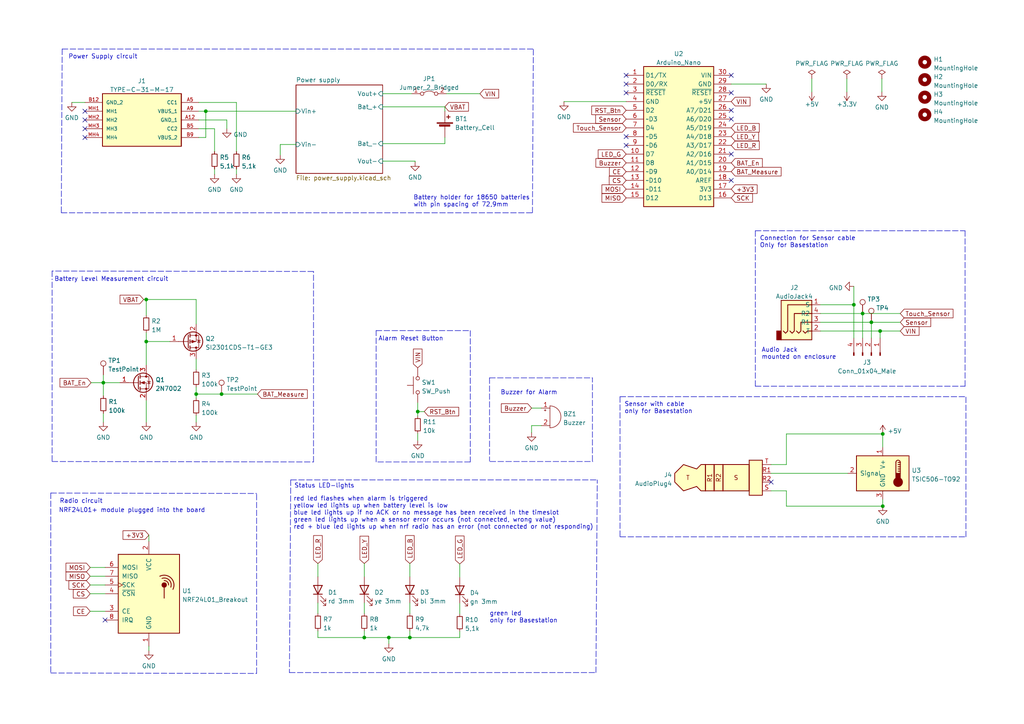
<source format=kicad_sch>
(kicad_sch (version 20211123) (generator eeschema)
  (paper "A4")
  (title_block (title "Wireless Call System") (date "2022-10-29") (rev "1") (comment 1 "Design: Thomas Landauer"))
  (lib_symbols
    (symbol "Connector:AudioPlug4"
      (property "Reference" "J" (at 10.16 5.08 0))
      (property "Value" "AudioPlug4" (at 11.43 -7.62 0))
      (symbol "AudioPlug4_0_0"
        (text "R1" (at -2.54 -1.27 900) (effects (font (size 1.27 1.27))))
        (text "R2" (at 0 -1.27 900) (effects (font (size 1.27 1.27))))
        (text "S" (at 5.08 -1.27 0) (effects (font (size 1.27 1.27))))
        (text "T" (at -8.89 -1.27 0) (effects (font (size 1.27 1.27))))
      )
      (symbol "AudioPlug4_0_1"
        (rectangle (start -1.27 2.54) (end -3.81 -5.08) (stroke (width 0.254)) (fill (type background)))
        (polyline (pts (xy -3.81 2.54) (xy -5.08 2.54) (xy -6.35 1.27) (xy -10.16 2.54) (xy -12.7 0) (xy -12.7 -2.54) (xy -10.16 -5.08) (xy -6.35 -3.81) (xy -5.08 -5.08) (xy -3.81 -5.08) (xy -3.81 2.54)) (stroke (width 0.254)) (fill (type background)))
        (rectangle (start 1.27 2.54) (end -1.27 -5.08) (stroke (width 0.254)) (fill (type background)))
        (rectangle (start 1.27 2.54) (end 8.89 -5.08) (stroke (width 0.254)) (fill (type background)))
        (rectangle (start 12.7 3.81) (end 8.89 -6.35) (stroke (width 0.254)) (fill (type background)))
      )
      (symbol "AudioPlug4_1_1"
        (pin passive line (at 15.24 -2.54 180) (length 2.54) (name "~") (number "R1"))
        (pin passive line (at 15.24 0 180) (length 2.54) (name "~") (number "R2"))
        (pin passive line (at 15.24 2.54 180) (length 2.54) (name "~") (number "S"))
        (pin passive line (at 15.24 -5.08 180) (length 2.54) (name "~") (number "T"))
      )
    )
    (symbol "Connector:Conn_01x04_Male" (pin_names (offset 1.016) hide)
      (property "Reference" "J" (at 0 5.08 0))
      (property "Value" "Conn_01x04_Male" (at 0 -7.62 0))
      (symbol "Conn_01x04_Male_1_1"
        (polyline (pts (xy 1.27 -5.08) (xy 0.8636 -5.08)) (stroke (width 0.1524)))
        (polyline (pts (xy 1.27 -2.54) (xy 0.8636 -2.54)) (stroke (width 0.1524)))
        (polyline (pts (xy 1.27 0) (xy 0.8636 0)) (stroke (width 0.1524)))
        (polyline (pts (xy 1.27 2.54) (xy 0.8636 2.54)) (stroke (width 0.1524)))
        (rectangle (start 0.8636 -4.953) (end 0 -5.207) (stroke (width 0.1524)) (fill (type outline)))
        (rectangle (start 0.8636 -2.413) (end 0 -2.667) (stroke (width 0.1524)) (fill (type outline)))
        (rectangle (start 0.8636 0.127) (end 0 -0.127) (stroke (width 0.1524)) (fill (type outline)))
        (rectangle (start 0.8636 2.667) (end 0 2.413) (stroke (width 0.1524)) (fill (type outline)))
        (pin passive line (at 5.08 2.54 180) (length 3.81) (name "Pin_1") (number "1"))
        (pin passive line (at 5.08 0 180) (length 3.81) (name "Pin_2") (number "2"))
        (pin passive line (at 5.08 -2.54 180) (length 3.81) (name "Pin_3") (number "3"))
        (pin passive line (at 5.08 -5.08 180) (length 3.81) (name "Pin_4") (number "4"))
      )
    )
    (symbol "Connector:TestPoint" (pin_numbers hide) (pin_names (offset 0.762) hide)
      (property "Reference" "TP" (at 0 6.858 0))
      (property "Value" "TestPoint" (at 0 5.08 0))
      (symbol "TestPoint_0_1"
        (circle (center 0 3.302) (radius 0.762))
      )
      (symbol "TestPoint_1_1"
        (pin passive line (at 0 0 90) (length 2.54) (name "1") (number "1"))
      )
    )
    (symbol "Device:Battery_Cell" (pin_numbers hide) (pin_names (offset 0) hide)
      (property "Reference" "BT" (at 2.54 2.54 0))
      (property "Value" "Battery_Cell" (at 2.54 0 0))
      (symbol "Battery_Cell_0_1"
        (rectangle (start -2.286 1.778) (end 2.286 1.524) (fill (type outline)))
        (rectangle (start -1.5748 1.1938) (end 1.4732 0.6858) (fill (type outline)))
        (polyline (pts (xy 0 0.762) (xy 0 0)))
        (polyline (pts (xy 0 1.778) (xy 0 2.54)))
        (polyline (pts (xy 0.508 3.429) (xy 1.524 3.429)) (stroke (width 0.254)))
        (polyline (pts (xy 1.016 3.937) (xy 1.016 2.921)) (stroke (width 0.254)))
      )
      (symbol "Battery_Cell_1_1"
        (pin passive line (at 0 5.08 270) (length 2.54) (name "+") (number "1"))
        (pin passive line (at 0 -2.54 90) (length 2.54) (name "-") (number "2"))
      )
    )
    (symbol "Device:Buzzer" (pin_names (offset 0.0254) hide)
      (property "Reference" "BZ" (at 3.81 1.27 0))
      (property "Value" "Buzzer" (at 3.81 -1.27 0))
      (symbol "Buzzer_0_1"
        (arc (start 0 -3.175) (mid 3.175 0) (end 0 3.175))
        (polyline (pts (xy -1.651 1.905) (xy -1.143 1.905)))
        (polyline (pts (xy -1.397 2.159) (xy -1.397 1.651)))
        (polyline (pts (xy 0 3.175) (xy 0 -3.175)))
      )
      (symbol "Buzzer_1_1"
        (pin passive line (at -2.54 2.54 0) (length 2.54) (name "-") (number "1"))
        (pin passive line (at -2.54 -2.54 0) (length 2.54) (name "+") (number "2"))
      )
    )
    (symbol "Device:LED" (pin_numbers hide) (pin_names (offset 1.016) hide)
      (property "Reference" "D" (at 0 2.54 0))
      (property "Value" "LED" (at 0 -2.54 0))
      (symbol "LED_0_1"
        (polyline (pts (xy -1.27 -1.27) (xy -1.27 1.27)) (stroke (width 0.254)))
        (polyline (pts (xy -1.27 0) (xy 1.27 0)))
        (polyline (pts (xy 1.27 -1.27) (xy 1.27 1.27) (xy -1.27 0) (xy 1.27 -1.27)) (stroke (width 0.254)))
        (polyline (pts (xy -3.048 -0.762) (xy -4.572 -2.286) (xy -3.81 -2.286) (xy -4.572 -2.286) (xy -4.572 -1.524)))
        (polyline (pts (xy -1.778 -0.762) (xy -3.302 -2.286) (xy -2.54 -2.286) (xy -3.302 -2.286) (xy -3.302 -1.524)))
      )
      (symbol "LED_1_1"
        (pin passive line (at -3.81 0 0) (length 2.54) (name "K") (number "1"))
        (pin passive line (at 3.81 0 180) (length 2.54) (name "A") (number "2"))
      )
    )
    (symbol "Device:R_Small" (pin_numbers hide) (pin_names (offset 0.254) hide)
      (property "Reference" "R" (at 0.762 0.508 0))
      (property "Value" "R_Small" (at 0.762 -1.016 0))
      (symbol "R_Small_0_1"
        (rectangle (start -0.762 1.778) (end 0.762 -1.778) (stroke (width 0.2032)))
      )
      (symbol "R_Small_1_1"
        (pin passive line (at 0 2.54 270) (length 0.762) (name "~") (number "1"))
        (pin passive line (at 0 -2.54 90) (length 0.762) (name "~") (number "2"))
      )
    )
    (symbol "Jumper:Jumper_2_Bridged" (pin_names (offset 0) hide)
      (property "Reference" "JP" (at 0 1.905 0))
      (property "Value" "Jumper_2_Bridged" (at 0 -2.54 0))
      (symbol "Jumper_2_Bridged_0_0"
        (circle (center -2.032 0) (radius 0.508))
        (circle (center 2.032 0) (radius 0.508))
      )
      (symbol "Jumper_2_Bridged_0_1"
        (arc (start 1.524 0.254) (mid 0 0.762) (end -1.524 0.254))
      )
      (symbol "Jumper_2_Bridged_1_1"
        (pin passive line (at -5.08 0 0) (length 2.54) (name "A") (number "1"))
        (pin passive line (at 5.08 0 180) (length 2.54) (name "B") (number "2"))
      )
    )
    (symbol "Mechanical:MountingHole" (pin_names (offset 1.016))
      (property "Reference" "H" (at 0 5.08 0))
      (property "Value" "MountingHole" (at 0 3.175 0))
      (symbol "MountingHole_0_1"
        (circle (center 0 0) (radius 1.27) (stroke (width 1.27)))
      )
    )
    (symbol "Sensor_Temperature:TSIC306-TO92" (pin_names (offset 1.016))
      (property "Reference" "U" (at -6.35 6.35 0))
      (property "Value" "TSIC306-TO92" (at 1.27 6.35 0))
      (symbol "TSIC306-TO92_0_1"
        (rectangle (start -7.62 5.08) (end 7.62 -5.08) (stroke (width 0.254)) (fill (type background)))
        (circle (center -4.445 -2.54) (radius 1.27) (stroke (width 0.254)) (fill (type outline)))
        (rectangle (start -3.81 -1.905) (end -5.08 0) (stroke (width 0.254)) (fill (type outline)))
        (arc (start -3.81 3.175) (mid -4.445 3.81) (end -5.08 3.175) (stroke (width 0.254)))
        (polyline (pts (xy -5.08 0.635) (xy -4.445 0.635)) (stroke (width 0.254)))
        (polyline (pts (xy -5.08 1.27) (xy -4.445 1.27)) (stroke (width 0.254)))
        (polyline (pts (xy -5.08 1.905) (xy -4.445 1.905)) (stroke (width 0.254)))
        (polyline (pts (xy -5.08 2.54) (xy -4.445 2.54)) (stroke (width 0.254)))
        (polyline (pts (xy -5.08 3.175) (xy -5.08 0)) (stroke (width 0.254)))
        (polyline (pts (xy -5.08 3.175) (xy -4.445 3.175)) (stroke (width 0.254)))
        (polyline (pts (xy -3.81 3.175) (xy -3.81 0)) (stroke (width 0.254)))
      )
      (symbol "TSIC306-TO92_1_1"
        (pin power_in line (at 0 7.62 270) (length 2.54) (name "V+") (number "1"))
        (pin output line (at 10.16 0 180) (length 2.54) (name "Signal") (number "2"))
        (pin power_in line (at 0 -7.62 90) (length 2.54) (name "GND") (number "3"))
      )
    )
    (symbol "Switch:SW_Push" (pin_numbers hide) (pin_names (offset 1.016) hide)
      (property "Reference" "SW" (at 1.27 2.54 0))
      (property "Value" "SW_Push" (at 0 -1.524 0))
      (symbol "SW_Push_0_1"
        (circle (center -2.032 0) (radius 0.508))
        (polyline (pts (xy 0 1.27) (xy 0 3.048)))
        (polyline (pts (xy 2.54 1.27) (xy -2.54 1.27)))
        (circle (center 2.032 0) (radius 0.508))
        (pin passive line (at -5.08 0 0) (length 2.54) (name "1") (number "1"))
        (pin passive line (at 5.08 0 180) (length 2.54) (name "2") (number "2"))
      )
    )
    (symbol "Transistor_FET:2N7002" (pin_names hide)
      (property "Reference" "Q" (at 5.08 1.905 0))
      (property "Value" "2N7002" (at 5.08 0 0))
      (symbol "2N7002_0_1"
        (polyline (pts (xy 0.254 0) (xy -2.54 0)))
        (polyline (pts (xy 0.254 1.905) (xy 0.254 -1.905)) (stroke (width 0.254)))
        (polyline (pts (xy 0.762 -1.27) (xy 0.762 -2.286)) (stroke (width 0.254)))
        (polyline (pts (xy 0.762 0.508) (xy 0.762 -0.508)) (stroke (width 0.254)))
        (polyline (pts (xy 0.762 2.286) (xy 0.762 1.27)) (stroke (width 0.254)))
        (polyline (pts (xy 2.54 2.54) (xy 2.54 1.778)))
        (polyline (pts (xy 2.54 -2.54) (xy 2.54 0) (xy 0.762 0)))
        (polyline (pts (xy 0.762 -1.778) (xy 3.302 -1.778) (xy 3.302 1.778) (xy 0.762 1.778)))
        (polyline (pts (xy 1.016 0) (xy 2.032 0.381) (xy 2.032 -0.381) (xy 1.016 0)) (fill (type outline)))
        (polyline (pts (xy 2.794 0.508) (xy 2.921 0.381) (xy 3.683 0.381) (xy 3.81 0.254)))
        (polyline (pts (xy 3.302 0.381) (xy 2.921 -0.254) (xy 3.683 -0.254) (xy 3.302 0.381)))
        (circle (center 1.651 0) (radius 2.794) (stroke (width 0.254)))
        (circle (center 2.54 -1.778) (radius 0.254) (fill (type outline)))
        (circle (center 2.54 1.778) (radius 0.254) (fill (type outline)))
      )
      (symbol "2N7002_1_1"
        (pin input line (at -5.08 0 0) (length 2.54) (name "G") (number "1"))
        (pin passive line (at 2.54 -5.08 90) (length 2.54) (name "S") (number "2"))
        (pin passive line (at 2.54 5.08 270) (length 2.54) (name "D") (number "3"))
      )
    )
    (symbol "Transistor_FET:Si2319CDS" (pin_names hide)
      (property "Reference" "Q" (at 5.08 1.905 0))
      (property "Value" "Si2319CDS" (at 5.08 0 0))
      (symbol "Si2319CDS_0_1"
        (polyline (pts (xy 0.254 0) (xy -2.54 0)))
        (polyline (pts (xy 0.254 1.905) (xy 0.254 -1.905)) (stroke (width 0.254)))
        (polyline (pts (xy 0.762 -1.27) (xy 0.762 -2.286)) (stroke (width 0.254)))
        (polyline (pts (xy 0.762 0.508) (xy 0.762 -0.508)) (stroke (width 0.254)))
        (polyline (pts (xy 0.762 2.286) (xy 0.762 1.27)) (stroke (width 0.254)))
        (polyline (pts (xy 2.54 2.54) (xy 2.54 1.778)))
        (polyline (pts (xy 2.54 -2.54) (xy 2.54 0) (xy 0.762 0)))
        (polyline (pts (xy 0.762 1.778) (xy 3.302 1.778) (xy 3.302 -1.778) (xy 0.762 -1.778)))
        (polyline (pts (xy 2.286 0) (xy 1.27 0.381) (xy 1.27 -0.381) (xy 2.286 0)) (fill (type outline)))
        (polyline (pts (xy 2.794 -0.508) (xy 2.921 -0.381) (xy 3.683 -0.381) (xy 3.81 -0.254)))
        (polyline (pts (xy 3.302 -0.381) (xy 2.921 0.254) (xy 3.683 0.254) (xy 3.302 -0.381)))
        (circle (center 1.651 0) (radius 2.794) (stroke (width 0.254)))
        (circle (center 2.54 -1.778) (radius 0.254) (fill (type outline)))
        (circle (center 2.54 1.778) (radius 0.254) (fill (type outline)))
      )
      (symbol "Si2319CDS_1_1"
        (pin input line (at -5.08 0 0) (length 2.54) (name "G") (number "1"))
        (pin passive line (at 2.54 -5.08 90) (length 2.54) (name "S") (number "2"))
        (pin passive line (at 2.54 5.08 270) (length 2.54) (name "D") (number "3"))
      )
    )
    (symbol "power:+3.3V" (power) (pin_names (offset 0))
      (property "Value" "+3.3V" (at 0 3.556 0))
      (symbol "+3.3V_0_1"
        (polyline (pts (xy -0.762 1.27) (xy 0 2.54)))
        (polyline (pts (xy 0 0) (xy 0 2.54)))
        (polyline (pts (xy 0 2.54) (xy 0.762 1.27)))
      )
      (symbol "+3.3V_1_1"
        (pin power_in line (at 0 0 90) (length 0) hide (name "+3.3V") (number "1"))
      )
    )
    (symbol "power:+5V" (power) (pin_names (offset 0))
      (property "Value" "+5V" (at 0 3.556 0))
      (symbol "+5V_0_1"
        (polyline (pts (xy -0.762 1.27) (xy 0 2.54)))
        (polyline (pts (xy 0 0) (xy 0 2.54)))
        (polyline (pts (xy 0 2.54) (xy 0.762 1.27)))
      )
      (symbol "+5V_1_1"
        (pin power_in line (at 0 0 90) (length 0) hide (name "+5V") (number "1"))
      )
    )
    (symbol "power:GND" (power) (pin_names (offset 0))
      (property "Value" "GND" (at 0 -3.81 0))
      (symbol "GND_0_1"
        (polyline (pts (xy 0 0) (xy 0 -1.27) (xy 1.27 -1.27) (xy 0 -2.54) (xy -1.27 -1.27) (xy 0 -1.27)))
      )
      (symbol "GND_1_1"
        (pin power_in line (at 0 0 270) (length 0) hide (name "GND") (number "1"))
      )
    )
    (symbol "power:PWR_FLAG" (power) (pin_numbers hide) (pin_names (offset 0) hide)
      (property "Value" "PWR_FLAG" (at 0 3.81 0))
      (symbol "PWR_FLAG_0_0"
        (pin power_out line (at 0 0 90) (length 0) (name "pwr") (number "1"))
      )
      (symbol "PWR_FLAG_0_1"
        (polyline (pts (xy 0 0) (xy 0 1.27) (xy -1.016 1.905) (xy 0 2.54) (xy 1.016 1.905) (xy 0 1.27)))
      )
    )
    (symbol "project_library:Arduino_Nano"
      (property "Reference" "U" (at -10.16 24.13 0))
      (property "Value" "Arduino_Nano" (at -10.16 22.86 0))
      (symbol "Arduino_Nano_0_1"
        (rectangle (start -10.16 20.32) (end 10.16 -20.32) (stroke (width 0.254)) (fill (type background)))
      )
      (symbol "Arduino_Nano_1_1"
        (pin bidirectional line (at -15.24 17.78 0) (length 5.08) (name "D1/TX") (number "1"))
        (pin bidirectional line (at -15.24 -5.08 0) (length 5.08) (name "D7") (number "10"))
        (pin bidirectional line (at -15.24 -7.62 0) (length 5.08) (name "D8") (number "11"))
        (pin bidirectional line (at -15.24 -10.16 0) (length 5.08) (name "~D9") (number "12"))
        (pin bidirectional line (at -15.24 -12.7 0) (length 5.08) (name "~D10") (number "13"))
        (pin bidirectional line (at -15.24 -15.24 0) (length 5.08) (name "~D11") (number "14"))
        (pin bidirectional line (at -15.24 -17.78 0) (length 5.08) (name "D12") (number "15"))
        (pin bidirectional line (at 15.24 -17.78 180) (length 5.08) (name "D13") (number "16"))
        (pin power_out line (at 15.24 -15.24 180) (length 5.08) (name "3V3") (number "17"))
        (pin input line (at 15.24 -12.7 180) (length 5.08) (name "AREF") (number "18"))
        (pin bidirectional line (at 15.24 -10.16 180) (length 5.08) (name "A0/D14") (number "19"))
        (pin bidirectional line (at -15.24 15.24 0) (length 5.08) (name "D0/RX") (number "2"))
        (pin bidirectional line (at 15.24 -7.62 180) (length 5.08) (name "A1/D15") (number "20"))
        (pin bidirectional line (at 15.24 -5.08 180) (length 5.08) (name "A2/D16") (number "21"))
        (pin bidirectional line (at 15.24 -2.54 180) (length 5.08) (name "A3/D17") (number "22"))
        (pin bidirectional line (at 15.24 0 180) (length 5.08) (name "A4/D18") (number "23"))
        (pin bidirectional line (at 15.24 2.54 180) (length 5.08) (name "A5/D19") (number "24"))
        (pin bidirectional line (at 15.24 5.08 180) (length 5.08) (name "A6/D20") (number "25"))
        (pin bidirectional line (at 15.24 7.62 180) (length 5.08) (name "A7/D21") (number "26"))
        (pin power_out line (at 15.24 10.16 180) (length 5.08) (name "+5V") (number "27"))
        (pin input line (at 15.24 12.7 180) (length 5.08) (name "~{RESET}") (number "28"))
        (pin power_in line (at 15.24 15.24 180) (length 5.08) (name "GND") (number "29"))
        (pin input line (at -15.24 12.7 0) (length 5.08) (name "~{RESET}") (number "3"))
        (pin power_in line (at 15.24 17.78 180) (length 5.08) (name "VIN") (number "30"))
        (pin power_in line (at -15.24 10.16 0) (length 5.08) (name "GND") (number "4"))
        (pin bidirectional line (at -15.24 7.62 0) (length 5.08) (name "D2") (number "5"))
        (pin bidirectional line (at -15.24 5.08 0) (length 5.08) (name "~D3") (number "6"))
        (pin bidirectional line (at -15.24 2.54 0) (length 5.08) (name "D4") (number "7"))
        (pin bidirectional line (at -15.24 0 0) (length 5.08) (name "~D5") (number "8"))
        (pin bidirectional line (at -15.24 -2.54 0) (length 5.08) (name "~D6") (number "9"))
      )
    )
    (symbol "project_library:AudioJack4"
      (property "Reference" "J1" (at -8.382 -2.7397 0))
      (property "Value" "AudioJack4" (at -8.382 -0.2028 0))
      (symbol "AudioJack4_0_1"
        (rectangle (start -6.35 -5.08) (end -7.62 -7.62) (stroke (width 0.254)) (fill (type outline)))
        (polyline (pts (xy 0 -5.08) (xy 0.635 -5.715) (xy 1.27 -5.08) (xy 2.54 -5.08)) (stroke (width 0.254)))
        (polyline (pts (xy -5.715 -5.08) (xy -5.08 -5.715) (xy -4.445 -5.08) (xy -4.445 2.54) (xy 2.54 2.54)) (stroke (width 0.254)))
        (polyline (pts (xy -1.905 -5.08) (xy -1.27 -5.715) (xy -0.635 -5.08) (xy -0.635 -2.54) (xy 2.54 -2.54)) (stroke (width 0.254)))
        (polyline (pts (xy 2.54 0) (xy -2.54 0) (xy -2.54 -5.08) (xy -3.175 -5.715) (xy -3.81 -5.08)) (stroke (width 0.254)))
        (rectangle (start 2.54 3.81) (end -6.35 -7.62) (stroke (width 0.254)) (fill (type background)))
      )
      (symbol "AudioJack4_1_1"
        (pin passive line (at 5.08 2.54 180) (length 2.54) (name "S") (number "1"))
        (pin passive line (at 5.08 -5.08 180) (length 2.54) (name "T") (number "2"))
        (pin passive line (at 5.08 -2.54 180) (length 2.54) (name "R1") (number "3"))
        (pin passive line (at 5.08 0 180) (length 2.54) (name "R2") (number "4"))
      )
    )
    (symbol "project_library:NRF24L01_Breakout" (pin_names (offset 1.016))
      (property "Reference" "U" (at -8.89 12.7 0))
      (property "Value" "NRF24L01_Breakout" (at 3.81 12.7 0))
      (symbol "NRF24L01_Breakout_0_1"
        (rectangle (start -8.89 11.43) (end 8.89 -11.43) (stroke (width 0.254)) (fill (type background)))
        (polyline (pts (xy 4.445 1.905) (xy 4.445 -1.27)) (stroke (width 0.254)))
        (circle (center 4.445 2.54) (radius 0.635) (stroke (width 0.254)) (fill (type outline)))
        (arc (start 5.715 2.54) (mid 5.3521 3.4546) (end 4.445 3.81) (stroke (width 0.254)))
        (arc (start 6.35 1.905) (mid 5.8763 3.9854) (end 3.81 4.445) (stroke (width 0.254)))
        (arc (start 6.985 1.27) (mid 6.453 4.548) (end 3.175 5.08) (stroke (width 0.254)))
      )
      (symbol "NRF24L01_Breakout_1_1"
        (pin power_in line (at 0 -15.24 90) (length 3.81) (name "GND") (number "1"))
        (pin power_in line (at 0 15.24 270) (length 3.81) (name "VCC") (number "2"))
        (pin input line (at -12.7 -5.08 0) (length 3.81) (name "CE") (number "3"))
        (pin input line (at -12.7 0 0) (length 3.81) (name "~{CSN}") (number "4"))
        (pin input clock (at -12.7 2.54 0) (length 3.81) (name "SCK") (number "5"))
        (pin input line (at -12.7 7.62 0) (length 3.81) (name "MOSI") (number "6"))
        (pin output line (at -12.7 5.08 0) (length 3.81) (name "MISO") (number "7"))
        (pin output line (at -12.7 -7.62 0) (length 3.81) (name "IRQ") (number "8"))
      )
    )
    (symbol "project_library:TYPE-C-31-M-17" (pin_names (offset 1.016))
      (property "Reference" "J" (at 29.21 7.62 0))
      (property "Value" "TYPE-C-31-M-17" (at 29.21 5.08 0))
      (property "LCSC" "C283540" (at 0 0 0))
      (symbol "TYPE-C-31-M-17_0_0"
        (polyline (pts (xy 5.08 2.54) (xy 5.08 -12.7)) (stroke (width 0.254)))
        (rectangle (start 5.08 -12.7) (end 27.94 2.54) (stroke (width 0.254)) (fill (type background)))
        (pin bidirectional line (at 0 -5.08 0) (length 5.08) (name "GND_1") (number "A12"))
        (pin bidirectional line (at 0 0 0) (length 5.08) (name "CC1") (number "A5"))
        (pin bidirectional line (at 0 -2.54 0) (length 5.08) (name "VBUS_1") (number "A9"))
        (pin bidirectional line (at 33.02 0 180) (length 5.08) (name "GND_2") (number "B12"))
        (pin bidirectional line (at 0 -7.62 0) (length 5.08) (name "CC2") (number "B5"))
        (pin bidirectional line (at 0 -10.16 0) (length 5.08) (name "VBUS_2") (number "B9"))
        (pin bidirectional line (at 33.02 -2.54 180) (length 5.08) (name "MH1") (number "MH1"))
        (pin bidirectional line (at 33.02 -5.08 180) (length 5.08) (name "MH2") (number "MH2"))
        (pin bidirectional line (at 33.02 -7.62 180) (length 5.08) (name "MH3") (number "MH3"))
        (pin bidirectional line (at 33.02 -10.16 180) (length 5.08) (name "MH4") (number "MH4"))
      )
    )
  )
  (junction (at 255.27 96.012))
  (junction (at 118.872 184.912))
  (junction (at 252.73 93.472))
  (junction (at 256.032 125.857))
  (junction (at 64.262 114.3))
  (junction (at 112.776 184.912))
  (junction (at 29.972 110.998))
  (junction (at 42.418 99.06))
  (junction (at 247.65 88.392))
  (junction (at 250.19 90.932))
  (junction (at 42.418 86.868))
  (junction (at 105.664 184.912))
  (junction (at 256.032 146.812))
  (junction (at 121.158 119.38))
  (junction (at 56.896 114.3))
  (junction (at 59.69 32.258))
  (no_connect (at 212.09 32.004))
  (no_connect (at 212.09 44.704))
  (no_connect (at 181.61 24.384))
  (no_connect (at 181.61 42.164))
  (no_connect (at 181.61 39.624))
  (no_connect (at 212.09 26.924))
  (no_connect (at 223.647 139.827))
  (no_connect (at 181.61 21.844))
  (no_connect (at 30.48 179.832))
  (no_connect (at 212.09 21.844))
  (no_connect (at 212.09 34.544))
  (no_connect (at 24.638 37.338))
  (no_connect (at 24.638 32.258))
  (no_connect (at 24.638 34.798))
  (no_connect (at 24.638 39.878))
  (no_connect (at 181.61 26.924))
  (no_connect (at 212.09 52.324))
  (polyline (pts (xy 84.328 139.192) (xy 173.228 139.192)))
  (wire (pts (xy 59.69 32.258) (xy 59.69 39.878)))
  (wire (pts (xy 29.972 108.712) (xy 29.972 110.998)))
  (wire (pts (xy 64.262 114.3) (xy 74.676 114.3)))
  (wire (pts (xy 110.998 46.736) (xy 120.396 46.736)))
  (polyline (pts (xy 136.398 133.985) (xy 109.093 133.985)))
  (wire (pts (xy 62.23 49.022) (xy 62.23 50.546)))
  (wire (pts (xy 56.896 86.868) (xy 56.896 93.98)))
  (wire (pts (xy 81.28 41.91) (xy 81.28 44.958)))
  (wire (pts (xy 228.092 134.747) (xy 228.092 125.857)))
  (wire (pts (xy 56.896 114.3) (xy 56.896 115.443)))
  (polyline (pts (xy 18.034 14.224) (xy 17.78 61.722)))
  (wire (pts (xy 42.418 86.868) (xy 42.418 91.44)))
  (wire (pts (xy 42.418 116.078) (xy 42.418 122.428)))
  (polyline (pts (xy 74.422 195.326) (xy 74.422 143.129)))
  (wire (pts (xy 41.656 86.868) (xy 42.418 86.868)))
  (wire (pts (xy 121.158 119.38) (xy 123.063 119.38)))
  (wire (pts (xy 105.664 163.449) (xy 105.664 167.259)))
  (wire (pts (xy 57.658 29.718) (xy 68.58 29.718)))
  (polyline (pts (xy 154.432 61.722) (xy 154.686 14.224)))
  (polyline (pts (xy 171.831 133.731) (xy 171.831 109.601)))
  (polyline (pts (xy 219.075 66.929) (xy 279.908 66.929)))
  (wire (pts (xy 92.202 163.449) (xy 92.202 167.259)))
  (wire (pts (xy 26.416 110.998) (xy 29.972 110.998)))
  (wire (pts (xy 118.872 184.912) (xy 118.872 183.007)))
  (polyline (pts (xy 279.908 112.014) (xy 279.908 66.929)))
  (wire (pts (xy 56.896 120.523) (xy 56.896 122.428)))
  (wire (pts (xy 92.202 184.912) (xy 105.664 184.912)))
  (wire (pts (xy 252.73 93.472) (xy 261.112 93.472)))
  (wire (pts (xy 223.647 137.287) (xy 245.872 137.287)))
  (polyline (pts (xy 14.732 143.002) (xy 14.732 195.199)))
  (wire (pts (xy 56.896 112.268) (xy 56.896 114.3)))
  (polyline (pts (xy 219.075 66.929) (xy 219.075 112.014)))
  (polyline (pts (xy 14.732 143.002) (xy 74.422 143.129)))
  (wire (pts (xy 105.664 174.879) (xy 105.664 177.927)))
  (polyline (pts (xy 90.932 78.74) (xy 15.113 78.613)))
  (wire (pts (xy 252.73 93.472) (xy 252.73 98.044)))
  (wire (pts (xy 110.998 27.178) (xy 119.38 27.178)))
  (wire (pts (xy 26.162 169.672) (xy 30.48 169.672)))
  (wire (pts (xy 59.69 32.258) (xy 85.852 32.258)))
  (wire (pts (xy 245.618 26.67) (xy 245.618 22.86)))
  (wire (pts (xy 68.58 49.022) (xy 68.58 50.546)))
  (wire (pts (xy 129.032 41.656) (xy 129.032 39.878)))
  (wire (pts (xy 105.664 183.007) (xy 105.664 184.912)))
  (polyline (pts (xy 142.113 133.858) (xy 171.958 133.858)))
  (polyline (pts (xy 18.034 14.224) (xy 154.686 14.224)))
  (wire (pts (xy 56.896 114.3) (xy 64.262 114.3)))
  (wire (pts (xy 133.35 163.576) (xy 133.35 167.386)))
  (wire (pts (xy 92.202 174.879) (xy 92.202 177.927)))
  (wire (pts (xy 255.27 96.012) (xy 261.112 96.012)))
  (wire (pts (xy 42.418 96.52) (xy 42.418 99.06)))
  (wire (pts (xy 235.458 26.67) (xy 235.458 22.86)))
  (wire (pts (xy 65.786 34.798) (xy 65.786 37.338)))
  (wire (pts (xy 228.092 125.857) (xy 256.032 125.857)))
  (wire (pts (xy 29.972 110.998) (xy 34.798 110.998)))
  (wire (pts (xy 250.19 90.932) (xy 261.112 90.932)))
  (wire (pts (xy 43.18 155.194) (xy 43.18 156.972)))
  (wire (pts (xy 57.658 37.338) (xy 62.23 37.338)))
  (wire (pts (xy 26.162 164.592) (xy 30.48 164.592)))
  (polyline (pts (xy 17.78 61.722) (xy 154.432 61.722)))
  (wire (pts (xy 57.658 32.258) (xy 59.69 32.258)))
  (polyline (pts (xy 179.832 115.062) (xy 280.162 115.062)))
  (polyline (pts (xy 109.093 133.985) (xy 109.093 95.885)))
  (wire (pts (xy 121.158 119.38) (xy 121.158 120.65)))
  (wire (pts (xy 129.54 27.178) (xy 139.192 27.178)))
  (polyline (pts (xy 179.832 115.062) (xy 179.832 155.702)))
  (wire (pts (xy 68.58 29.718) (xy 68.58 43.942)))
  (wire (pts (xy 62.23 37.338) (xy 62.23 43.942)))
  (wire (pts (xy 85.852 41.91) (xy 81.28 41.91)))
  (wire (pts (xy 256.032 144.907) (xy 256.032 146.812)))
  (wire (pts (xy 110.998 41.656) (xy 129.032 41.656)))
  (wire (pts (xy 57.658 39.878) (xy 59.69 39.878)))
  (wire (pts (xy 250.19 90.932) (xy 250.19 98.044)))
  (wire (pts (xy 42.418 99.06) (xy 42.418 105.918)))
  (wire (pts (xy 20.828 29.718) (xy 24.638 29.718)))
  (wire (pts (xy 29.972 110.998) (xy 29.972 114.808)))
  (wire (pts (xy 237.998 96.012) (xy 255.27 96.012)))
  (wire (pts (xy 26.162 167.132) (xy 30.48 167.132)))
  (polyline (pts (xy 179.832 155.702) (xy 280.162 155.702)))
  (wire (pts (xy 121.158 125.73) (xy 121.158 127.762)))
  (polyline (pts (xy 15.113 81.788) (xy 15.113 133.858)))
  (wire (pts (xy 112.776 184.912) (xy 112.776 186.69)))
  (wire (pts (xy 92.202 183.007) (xy 92.202 184.912)))
  (wire (pts (xy 247.65 88.392) (xy 247.65 98.044)))
  (wire (pts (xy 237.998 93.472) (xy 252.73 93.472)))
  (wire (pts (xy 212.09 24.384) (xy 222.25 24.384)))
  (polyline (pts (xy 15.113 133.858) (xy 90.932 133.985)))
  (wire (pts (xy 154.178 118.364) (xy 156.972 118.364)))
  (wire (pts (xy 247.65 83.058) (xy 247.65 88.392)))
  (wire (pts (xy 237.998 90.932) (xy 250.19 90.932)))
  (polyline (pts (xy 14.732 195.199) (xy 74.422 195.326)))
  (wire (pts (xy 57.658 34.798) (xy 65.786 34.798)))
  (wire (pts (xy 42.418 99.06) (xy 49.276 99.06)))
  (wire (pts (xy 105.664 184.912) (xy 112.776 184.912)))
  (polyline (pts (xy 172.847 195.072) (xy 173.228 139.192)))
  (wire (pts (xy 118.872 163.449) (xy 118.872 167.259)))
  (wire (pts (xy 163.576 29.464) (xy 181.61 29.464)))
  (wire (pts (xy 118.872 184.912) (xy 133.35 184.912)))
  (wire (pts (xy 223.647 134.747) (xy 228.092 134.747)))
  (wire (pts (xy 228.092 142.367) (xy 228.092 146.812)))
  (wire (pts (xy 255.27 96.012) (xy 255.27 98.044)))
  (polyline (pts (xy 141.986 109.601) (xy 171.831 109.601)))
  (wire (pts (xy 112.776 184.912) (xy 118.872 184.912)))
  (wire (pts (xy 237.998 88.392) (xy 247.65 88.392)))
  (wire (pts (xy 154.178 125.476) (xy 154.178 123.444)))
  (wire (pts (xy 121.158 116.84) (xy 121.158 119.38)))
  (wire (pts (xy 154.178 123.444) (xy 156.972 123.444)))
  (polyline (pts (xy 15.113 78.613) (xy 15.113 81.153)))
  (polyline (pts (xy 136.398 95.885) (xy 136.398 133.985)))
  (wire (pts (xy 255.778 22.86) (xy 255.778 26.67)))
  (wire (pts (xy 26.162 177.292) (xy 30.48 177.292)))
  (polyline (pts (xy 219.075 112.014) (xy 279.908 112.014)))
  (wire (pts (xy 118.872 174.879) (xy 118.872 177.927)))
  (wire (pts (xy 120.396 46.736) (xy 120.396 46.99)))
  (wire (pts (xy 256.032 125.857) (xy 256.032 129.667)))
  (wire (pts (xy 223.647 142.367) (xy 228.092 142.367)))
  (wire (pts (xy 129.032 30.988) (xy 129.032 32.258)))
  (wire (pts (xy 228.092 146.812) (xy 256.032 146.812)))
  (polyline (pts (xy 109.093 95.885) (xy 136.398 95.885)))
  (wire (pts (xy 42.418 86.868) (xy 56.896 86.868)))
  (polyline (pts (xy 84.328 139.192) (xy 83.947 195.072)))
  (polyline (pts (xy 83.947 195.072) (xy 172.847 195.072)))
  (wire (pts (xy 29.972 119.888) (xy 29.972 122.428)))
  (wire (pts (xy 133.35 183.134) (xy 133.35 184.912)))
  (polyline (pts (xy 280.162 155.702) (xy 280.162 115.062)))
  (wire (pts (xy 26.162 172.212) (xy 30.48 172.212)))
  (polyline (pts (xy 90.932 133.985) (xy 90.932 78.74)))
  (wire (pts (xy 133.35 175.006) (xy 133.35 178.054)))
  (wire (pts (xy 43.18 187.452) (xy 43.18 188.722)))
  (wire (pts (xy 56.896 104.14) (xy 56.896 107.188)))
  (polyline (pts (xy 141.986 109.601) (xy 141.986 133.731)))
  (wire (pts (xy 110.998 30.988) (xy 129.032 30.988)))
  (text "Radio circuit" (at 17.272 146.177 0) (effects (font (size 1.27 1.27)) (justify left bottom)))
  (text "Status LED-lights" (at 85.344 141.732 0) (effects (font (size 1.27 1.27)) (justify left bottom)))
  (text "Buzzer for Alarm" (at 145.161 114.681 0) (effects (font (size 1.27 1.27)) (justify left bottom)))
  (text "red led flashes when alarm is triggered\nyellow led lights up when battery level is low\nblue led lights up if no ACK or no message has been received in the timeslot\ngreen led lights up when a sensor error occurs (not connected, wrong value)\nred + blue led lights up when nrf radio has an error (not connected or not responding)" (at 85.09 153.67 0) (effects (font (size 1.27 1.27)) (justify left bottom)))
  (text "NRF24L01+ module plugged into the board" (at 17.018 148.844 0) (effects (font (size 1.27 1.27)) (justify left bottom)))
  (text "Battery Level Measurement circuit" (at 15.748 81.788 0) (effects (font (size 1.27 1.27)) (justify left bottom)))
  (text "Sensor with cable\nonly for Basestation" (at 181.102 120.142 0) (effects (font (size 1.27 1.27)) (justify left bottom)))
  (text "Battery holder for 18650 batteries \nwith pin spacing of 72,9mm" (at 119.888 60.198 0) (effects (font (size 1.27 1.27)) (justify left bottom)))
  (text "Audio Jack \nmounted on enclosure" (at 220.853 104.394 0) (effects (font (size 1.27 1.27)) (justify left bottom)))
  (text "Power Supply circuit" (at 19.812 17.272 0) (effects (font (size 1.27 1.27)) (justify left bottom)))
  (text "green led\nonly for Basestation" (at 141.986 180.848 0) (effects (font (size 1.27 1.27)) (justify left bottom)))
  (text "Connection for Sensor cable\nOnly for Basestation" (at 220.345 72.009 0) (effects (font (size 1.27 1.27)) (justify left bottom)))
  (text "Alarm Reset Button" (at 109.728 99.06 0) (effects (font (size 1.27 1.27)) (justify left bottom)))
  (global_label "Buzzer" (shape input) (at 154.178 118.364 180) (property "Intersheet References" "${INTERSHEET_REFS}" (effects hide)))
  (global_label "LED_G" (shape input) (at 133.35 163.576 90) (property "Intersheet References" "${INTERSHEET_REFS}" (effects hide)))
  (global_label "SCK" (shape input) (at 212.09 57.404 0) (property "Intersheet References" "${INTERSHEET_REFS}" (effects hide)))
  (global_label "LED_R" (shape input) (at 92.202 163.449 90) (property "Intersheet References" "${INTERSHEET_REFS}" (effects hide)))
  (global_label "RST_Btn" (shape input) (at 123.063 119.38 0) (property "Intersheet References" "${INTERSHEET_REFS}" (effects hide)))
  (global_label "VIN" (shape input) (at 261.112 96.012 0) (property "Intersheet References" "${INTERSHEET_REFS}" (effects hide)))
  (global_label "LED_R" (shape input) (at 212.09 42.164 0) (property "Intersheet References" "${INTERSHEET_REFS}" (effects hide)))
  (global_label "VBAT" (shape input) (at 41.656 86.868 180) (property "Intersheet References" "${INTERSHEET_REFS}" (effects hide)))
  (global_label "LED_B" (shape input) (at 212.09 37.084 0) (property "Intersheet References" "${INTERSHEET_REFS}" (effects hide)))
  (global_label "Buzzer" (shape input) (at 181.61 47.244 180) (property "Intersheet References" "${INTERSHEET_REFS}" (effects hide)))
  (global_label "+3V3" (shape input) (at 212.09 54.864 0) (property "Intersheet References" "${INTERSHEET_REFS}" (effects hide)))
  (global_label "Touch_Sensor" (shape input) (at 261.112 90.932 0) (property "Intersheet References" "${INTERSHEET_REFS}" (effects hide)))
  (global_label "MISO" (shape input) (at 181.61 57.404 180) (property "Intersheet References" "${INTERSHEET_REFS}" (effects hide)))
  (global_label "MOSI" (shape input) (at 26.162 164.592 180) (property "Intersheet References" "${INTERSHEET_REFS}" (effects hide)))
  (global_label "RST_Btn" (shape input) (at 181.61 32.004 180) (property "Intersheet References" "${INTERSHEET_REFS}" (effects hide)))
  (global_label "LED_Y" (shape input) (at 212.09 39.624 0) (property "Intersheet References" "${INTERSHEET_REFS}" (effects hide)))
  (global_label "Touch_Sensor" (shape input) (at 181.61 37.084 180) (property "Intersheet References" "${INTERSHEET_REFS}" (effects hide)))
  (global_label "Sensor" (shape input) (at 261.112 93.472 0) (property "Intersheet References" "${INTERSHEET_REFS}" (effects hide)))
  (global_label "SCK" (shape input) (at 26.162 169.672 180) (property "Intersheet References" "${INTERSHEET_REFS}" (effects hide)))
  (global_label "BAT_Measure" (shape input) (at 74.676 114.3 0) (property "Intersheet References" "${INTERSHEET_REFS}" (effects hide)))
  (global_label "VIN" (shape input) (at 121.158 106.68 90) (property "Intersheet References" "${INTERSHEET_REFS}" (effects hide)))
  (global_label "CS" (shape input) (at 26.162 172.212 180) (property "Intersheet References" "${INTERSHEET_REFS}" (effects hide)))
  (global_label "CE" (shape input) (at 181.61 49.784 180) (property "Intersheet References" "${INTERSHEET_REFS}" (effects hide)))
  (global_label "BAT_En" (shape input) (at 26.416 110.998 180) (property "Intersheet References" "${INTERSHEET_REFS}" (effects hide)))
  (global_label "LED_Y" (shape input) (at 105.664 163.449 90) (property "Intersheet References" "${INTERSHEET_REFS}" (effects hide)))
  (global_label "VBAT" (shape input) (at 129.032 30.988 0) (property "Intersheet References" "${INTERSHEET_REFS}" (effects hide)))
  (global_label "BAT_Measure" (shape input) (at 212.09 49.784 0) (property "Intersheet References" "${INTERSHEET_REFS}" (effects hide)))
  (global_label "Sensor" (shape input) (at 181.61 34.544 180) (property "Intersheet References" "${INTERSHEET_REFS}" (effects hide)))
  (global_label "MOSI" (shape input) (at 181.61 54.864 180) (property "Intersheet References" "${INTERSHEET_REFS}" (effects hide)))
  (global_label "BAT_En" (shape input) (at 212.09 47.244 0) (property "Intersheet References" "${INTERSHEET_REFS}" (effects hide)))
  (global_label "LED_G" (shape input) (at 181.61 44.704 180) (property "Intersheet References" "${INTERSHEET_REFS}" (effects hide)))
  (global_label "CE" (shape input) (at 26.162 177.292 180) (property "Intersheet References" "${INTERSHEET_REFS}" (effects hide)))
  (global_label "+3V3" (shape input) (at 43.18 155.194 180) (property "Intersheet References" "${INTERSHEET_REFS}" (effects hide)))
  (global_label "CS" (shape input) (at 181.61 52.324 180) (property "Intersheet References" "${INTERSHEET_REFS}" (effects hide)))
  (global_label "LED_B" (shape input) (at 118.872 163.449 90) (property "Intersheet References" "${INTERSHEET_REFS}" (effects hide)))
  (global_label "VIN" (shape input) (at 212.09 29.464 0) (property "Intersheet References" "${INTERSHEET_REFS}" (effects hide)))
  (global_label "VIN" (shape input) (at 139.192 27.178 0) (property "Intersheet References" "${INTERSHEET_REFS}" (effects hide)))
  (global_label "MISO" (shape input) (at 26.162 167.132 180) (property "Intersheet References" "${INTERSHEET_REFS}" (effects hide)))
  (symbol (lib_id "power:PWR_FLAG") (at 235.458 22.86 0) (unit 1)
    (property "Reference" "#FLG01" (effects hide))
    (property "Value" "PWR_FLAG" (at 235.458 18.4166 0))
  )
  (symbol (lib_id "Transistor_FET:2N7002") (at 39.878 110.998 0) (unit 1)
    (property "Reference" "Q1" (at 45.085 110.1633 0) (effects (justify left)))
    (property "Value" "2N7002" (at 45.085 112.7002 0) (effects (justify left)))
    (property "Footprint" "Package_TO_SOT_SMD:SOT-23" (effects hide))
    (property "Datasheet" "https://www.onsemi.com/pub/Collateral/NDS7002A-D.PDF" (effects hide))
    (property "LCSC" "C8545" (effects hide))
  )
  (symbol (lib_id "power:GND") (at 163.576 29.464 0) (unit 1)
    (property "Reference" "#PWR014" (effects hide))
    (property "Value" "GND" (at 163.576 33.9074 0))
  )
  (symbol (lib_id "Mechanical:MountingHole") (at 268.224 33.274 0) (unit 1) (in_bom no)
    (property "Reference" "H4" (at 270.764 32.4393 0) (effects (justify left)))
    (property "Value" "MountingHole" (at 270.764 34.9762 0) (effects (justify left)))
    (property "Footprint" "MountingHole:MountingHole_3.2mm_M3" (effects hide))
  )
  (symbol (lib_id "power:GND") (at 154.178 125.476 0) (unit 1)
    (property "Reference" "#PWR016" (effects hide))
    (property "Value" "GND" (at 154.178 129.9194 0))
  )
  (symbol (lib_id "power:GND") (at 62.23 50.546 0) (unit 1)
    (property "Reference" "#PWR06" (effects hide))
    (property "Value" "GND" (at 62.23 54.9894 0))
  )
  (symbol (lib_id "Device:R_Small") (at 68.58 46.482 0) (unit 1)
    (property "Reference" "R6" (at 70.0786 45.6473 0) (effects (justify left)))
    (property "Value" "5,1k" (at 70.0786 48.1842 0) (effects (justify left)))
    (property "Footprint" "Resistor_SMD:R_0805_2012Metric" (effects hide))
    (property "LCSC" "C27834" (effects hide))
  )
  (symbol (lib_id "Device:LED") (at 118.872 171.069 90) (unit 1) (in_bom no)
    (property "Reference" "D3" (at 121.793 171.8218 90) (effects (justify right)))
    (property "Value" "bl 3mm" (at 121.793 174.3587 90) (effects (justify right)))
    (property "Footprint" "Connector_PinHeader_2.54mm:PinHeader_1x02_P2.54mm_Vertical" (effects hide))
    (property "LCSC" "C234182" (effects hide))
  )
  (symbol (lib_id "Device:LED") (at 133.35 171.196 90) (unit 1) (in_bom no)
    (property "Reference" "D4" (at 136.271 171.9488 90) (effects (justify right)))
    (property "Value" "gn 3mm" (at 136.271 174.4857 90) (effects (justify right)))
    (property "Footprint" "Connector_PinHeader_2.54mm:PinHeader_1x02_P2.54mm_Vertical" (effects hide))
    (property "LCSC" "C234182" (effects hide))
  )
  (symbol (lib_id "power:GND") (at 222.25 24.384 0) (unit 1)
    (property "Reference" "#PWR021" (effects hide))
    (property "Value" "GND" (at 222.25 28.8274 0))
  )
  (symbol (lib_id "Mechanical:MountingHole") (at 268.224 28.194 0) (unit 1) (in_bom no)
    (property "Reference" "H3" (at 270.764 27.3593 0) (effects (justify left)))
    (property "Value" "MountingHole" (at 270.764 29.8962 0) (effects (justify left)))
    (property "Footprint" "MountingHole:MountingHole_3.2mm_M3" (effects hide))
  )
  (symbol (lib_id "Connector:TestPoint") (at 252.73 93.472 0) (unit 1) (in_bom no)
    (property "Reference" "TP4" (at 254.127 89.3353 0) (effects (justify left)))
    (property "Value" "TestPoint" (effects hide))
    (property "Footprint" "TestPoint:TestPoint_Pad_D1.0mm" (effects hide))
  )
  (symbol (lib_id "Connector:TestPoint") (at 250.19 90.932 0) (unit 1) (in_bom no)
    (property "Reference" "TP3" (at 251.587 86.7953 0) (effects (justify left)))
    (property "Value" "TestPoint" (effects hide))
    (property "Footprint" "TestPoint:TestPoint_Pad_D1.0mm" (effects hide))
  )
  (symbol (lib_id "power:GND") (at 247.65 83.058 270) (unit 1)
    (property "Reference" "#PWR012" (effects hide))
    (property "Value" "GND" (at 244.4751 83.4918 90) (effects (justify right)))
  )
  (symbol (lib_id "Device:R_Small") (at 62.23 46.482 0) (unit 1)
    (property "Reference" "R5" (at 63.7286 45.6473 0) (effects (justify left)))
    (property "Value" "5,1k" (at 63.7286 48.1842 0) (effects (justify left)))
    (property "Footprint" "Resistor_SMD:R_0805_2012Metric" (effects hide))
    (property "LCSC" "C27834" (effects hide))
  )
  (symbol (lib_id "Device:R_Small") (at 92.202 180.467 0) (unit 1)
    (property "Reference" "R7" (at 93.7006 179.6323 0) (effects (justify left)))
    (property "Value" "1k" (at 93.7006 182.1692 0) (effects (justify left)))
    (property "Footprint" "Resistor_SMD:R_0805_2012Metric" (effects hide))
    (property "LCSC" "C17513" (effects hide))
  )
  (symbol (lib_id "Connector:AudioPlug4") (at 208.407 139.827 0) (mirror x) (unit 1) (in_bom no) (on_board no)
    (property "Reference" "J4" (at 194.9451 137.7223 0) (effects (justify right)))
    (property "Value" "AudioPlug4" (at 194.9451 140.2592 0) (effects (justify right)))
  )
  (symbol (lib_id "power:GND") (at 255.778 26.67 0) (unit 1)
    (property "Reference" "#PWR018" (effects hide))
    (property "Value" "GND" (at 255.778 31.1134 0))
  )
  (symbol (lib_id "project_library:Arduino_Nano") (at 196.85 39.624 0) (unit 1) (in_bom no)
    (property "Reference" "U2" (at 196.85 15.6042 0))
    (property "Value" "Arduino_Nano" (at 196.85 18.1411 0))
    (property "Footprint" "project_library:Arduino_Nano" (effects hide))
    (property "Datasheet" "https://store.arduino.cc/usa/arduino-nano" (effects hide))
  )
  (symbol (lib_id "Device:R_Small") (at 133.35 180.594 0) (unit 1)
    (property "Reference" "R10" (at 134.8486 179.7593 0) (effects (justify left)))
    (property "Value" "5,1k" (at 134.8486 182.2962 0) (effects (justify left)))
    (property "Footprint" "Resistor_SMD:R_0805_2012Metric" (effects hide))
    (property "LCSC" "C27834" (effects hide))
  )
  (symbol (lib_id "Transistor_FET:Si2319CDS") (at 54.356 99.06 0) (mirror x) (unit 1)
    (property "Reference" "Q2" (at 59.563 98.2253 0) (effects (justify left)))
    (property "Value" "SI2301CDS-T1-GE3" (at 59.563 100.7622 0) (effects (justify left)))
    (property "Footprint" "Package_TO_SOT_SMD:SOT-23" (effects hide))
    (property "Datasheet" "http://www.vishay.com/docs/66709/si2319cd.pdf" (effects hide))
    (property "LCSC" "C10487" (effects hide))
  )
  (symbol (lib_id "power:GND") (at 56.896 122.428 0) (unit 1)
    (property "Reference" "#PWR05" (effects hide))
    (property "Value" "GND" (at 56.896 126.8714 0))
  )
  (symbol (lib_id "power:GND") (at 29.972 122.428 0) (unit 1)
    (property "Reference" "#PWR02" (effects hide))
    (property "Value" "GND" (at 29.972 126.8714 0))
  )
  (symbol (lib_id "power:GND") (at 120.396 46.99 0) (unit 1)
    (property "Reference" "#PWR010" (effects hide))
    (property "Value" "GND" (at 120.396 51.4334 0))
  )
  (symbol (lib_id "project_library:TYPE-C-31-M-17") (at 57.658 29.718 0) (mirror y) (unit 1)
    (property "Reference" "J1" (at 41.148 23.4782 0))
    (property "Value" "TYPE-C-31-M-17" (at 41.148 26.0151 0))
    (property "Footprint" "project_library:TYPEC31M17_new" (effects hide))
    (property "DESCRIPTION" "USB Connectors 6 Receptacle 1 RoHS" (effects hide))
    (property "HEIGHT" "3.26mm" (effects hide))
    (property "MANUFACTURER_NAME" "Korean Hroparts Elec" (effects hide))
    (property "MANUFACTURER_PART_NUMBER" "TYPE-C-31-M-17" (effects hide))
    (property "LCSC" "C283540" (effects hide))
  )
  (symbol (lib_id "Device:R_Small") (at 105.664 180.467 0) (unit 1)
    (property "Reference" "R8" (at 107.1626 179.6323 0) (effects (justify left)))
    (property "Value" "1k" (at 107.1626 182.1692 0) (effects (justify left)))
    (property "Footprint" "Resistor_SMD:R_0805_2012Metric" (effects hide))
    (property "LCSC" "C17513" (effects hide))
  )
  (symbol (lib_id "power:GND") (at 81.28 44.958 0) (unit 1)
    (property "Reference" "#PWR09" (effects hide))
    (property "Value" "GND" (at 81.28 49.4014 0))
  )
  (symbol (lib_id "Device:Battery_Cell") (at 129.032 37.338 0) (unit 1) (in_bom no)
    (property "Reference" "BT1" (at 131.953 34.4713 0) (effects (justify left)))
    (property "Value" "Battery_Cell" (at 131.953 37.0082 0) (effects (justify left)))
    (property "Footprint" "Battery:BatteryHolder_MPD_BH-18650-PC2" (effects hide))
  )
  (symbol (lib_id "power:PWR_FLAG") (at 255.778 22.86 0) (unit 1)
    (property "Reference" "#FLG03" (effects hide))
    (property "Value" "PWR_FLAG" (at 255.778 18.4166 0))
  )
  (symbol (lib_id "Jumper:Jumper_2_Bridged") (at 124.46 27.178 0) (unit 1)
    (property "Reference" "JP1" (at 124.46 22.8432 0))
    (property "Value" "Jumper_2_Bridged" (at 124.46 25.3801 0))
    (property "Footprint" "Connector_PinHeader_2.54mm:PinHeader_1x02_P2.54mm_Vertical" (effects hide))
    (property "LCSC" "C234182" (effects hide))
  )
  (symbol (lib_id "Connector:TestPoint") (at 29.972 108.712 0) (unit 1) (in_bom no)
    (property "Reference" "TP1" (at 31.369 104.5753 0) (effects (justify left)))
    (property "Value" "TestPoint" (at 31.369 107.1122 0) (effects (justify left)))
    (property "Footprint" "TestPoint:TestPoint_Pad_D1.0mm" (effects hide))
  )
  (symbol (lib_id "power:GND") (at 68.58 50.546 0) (unit 1)
    (property "Reference" "#PWR08" (effects hide))
    (property "Value" "GND" (at 68.58 54.9894 0))
  )
  (symbol (lib_id "power:+5V") (at 256.032 125.857 0) (unit 1)
    (property "Reference" "#PWR019" (effects hide))
    (property "Value" "+5V" (at 257.429 125.0208 0) (effects (justify left)))
  )
  (symbol (lib_id "Device:R_Small") (at 42.418 93.98 180) (unit 1)
    (property "Reference" "R2" (at 43.9166 93.1453 0) (effects (justify right)))
    (property "Value" "1M" (at 43.9166 95.6822 0) (effects (justify right)))
    (property "Footprint" "Resistor_SMD:R_0805_2012Metric" (effects hide))
    (property "LCSC" "C17514" (effects hide))
  )
  (symbol (lib_id "power:GND") (at 43.18 188.722 0) (unit 1)
    (property "Reference" "#PWR04" (effects hide))
    (property "Value" "GND" (at 43.18 193.1654 0))
  )
  (symbol (lib_id "Mechanical:MountingHole") (at 268.224 23.114 0) (unit 1) (in_bom no)
    (property "Reference" "H2" (at 270.764 22.2793 0) (effects (justify left)))
    (property "Value" "MountingHole" (at 270.764 24.8162 0) (effects (justify left)))
    (property "Footprint" "MountingHole:MountingHole_3.2mm_M3" (effects hide))
  )
  (symbol (lib_id "project_library:NRF24L01_Breakout") (at 43.18 172.212 0) (unit 1)
    (property "Reference" "U1" (at 52.832 171.3773 0) (effects (justify left)))
    (property "Value" "NRF24L01_Breakout" (at 52.832 173.9142 0) (effects (justify left)))
    (property "Footprint" "project_library:nRF24L01_LNA_Module" (effects hide))
    (property "Datasheet" "http://www.nordicsemi.com/eng/content/download/2730/34105/file/nRF24L01_Product_Specification_v2_0.pdf" (effects hide))
    (property "LCSC" "C239344" (effects hide))
  )
  (symbol (lib_id "Device:LED") (at 92.202 171.069 90) (unit 1) (in_bom no)
    (property "Reference" "D1" (at 95.123 171.8218 90) (effects (justify right)))
    (property "Value" "rd 3mm" (at 95.123 174.3587 90) (effects (justify right)))
    (property "Footprint" "Connector_PinHeader_2.54mm:PinHeader_1x02_P2.54mm_Vertical" (effects hide))
    (property "LCSC" "C234182" (effects hide))
  )
  (symbol (lib_id "power:GND") (at 121.158 127.762 0) (unit 1)
    (property "Reference" "#PWR013" (effects hide))
    (property "Value" "GND" (at 121.158 132.2054 0))
  )
  (symbol (lib_id "power:+3.3V") (at 245.618 26.67 180) (unit 1)
    (property "Reference" "#PWR017" (effects hide))
    (property "Value" "+3.3V" (at 245.618 30.2458 0))
  )
  (symbol (lib_id "power:+5V") (at 235.458 26.67 180) (unit 1)
    (property "Reference" "#PWR015" (effects hide))
    (property "Value" "+5V" (at 235.458 30.2458 0))
  )
  (symbol (lib_id "Device:LED") (at 105.664 171.069 90) (unit 1) (in_bom no)
    (property "Reference" "D2" (at 108.585 171.8218 90) (effects (justify right)))
    (property "Value" "ye 3mm" (at 108.585 174.3587 90) (effects (justify right)))
    (property "Footprint" "Connector_PinHeader_2.54mm:PinHeader_1x02_P2.54mm_Vertical" (effects hide))
    (property "LCSC" "C234182" (effects hide))
  )
  (symbol (lib_id "power:GND") (at 20.828 29.718 0) (unit 1)
    (property "Reference" "#PWR01" (effects hide))
    (property "Value" "GND" (at 20.828 34.1614 0))
  )
  (symbol (lib_id "Switch:SW_Push") (at 121.158 111.76 90) (unit 1)
    (property "Reference" "SW1" (at 122.301 110.9253 90) (effects (justify right)))
    (property "Value" "SW_Push" (at 122.301 113.4622 90) (effects (justify right)))
    (property "Footprint" "Connector_PinHeader_2.54mm:PinHeader_1x02_P2.54mm_Vertical" (effects hide))
    (property "LCSC" "C234182" (effects hide))
  )
  (symbol (lib_id "Mechanical:MountingHole") (at 268.224 18.034 0) (unit 1) (in_bom no)
    (property "Reference" "H1" (at 270.764 17.1993 0) (effects (justify left)))
    (property "Value" "MountingHole" (at 270.764 19.7362 0) (effects (justify left)))
    (property "Footprint" "MountingHole:MountingHole_3.2mm_M3" (effects hide))
  )
  (symbol (lib_id "project_library:AudioJack4") (at 232.918 90.932 0) (unit 1) (in_bom no) (on_board no)
    (property "Reference" "J2" (at 230.378 83.4222 0))
    (property "Value" "AudioJack4" (at 230.378 85.9591 0))
    (property "Footprint" "Connector_PinHeader_2.54mm:PinHeader_1x04_P2.54mm_Vertical" (effects hide))
  )
  (symbol (lib_id "Device:R_Small") (at 121.158 123.19 180) (unit 1)
    (property "Reference" "R11" (at 122.6566 122.3553 0) (effects (justify right)))
    (property "Value" "10k" (at 122.6566 124.8922 0) (effects (justify right)))
    (property "Footprint" "Resistor_SMD:R_0805_2012Metric" (effects hide))
    (property "LCSC" "C17414" (effects hide))
  )
  (symbol (lib_id "Connector:Conn_01x04_Male") (at 252.73 103.124 270) (mirror x) (unit 1)
    (property "Reference" "J3" (at 251.46 105.1036 90))
    (property "Value" "Conn_01x04_Male" (at 251.46 107.6405 90))
    (property "Footprint" "Connector_PinHeader_2.54mm:PinHeader_1x04_P2.54mm_Vertical" (effects hide))
    (property "LCSC" "C2905435" (effects hide))
  )
  (symbol (lib_id "Device:R_Small") (at 118.872 180.467 0) (unit 1)
    (property "Reference" "R9" (at 120.3706 179.6323 0) (effects (justify left)))
    (property "Value" "4,7k" (at 120.3706 182.1692 0) (effects (justify left)))
    (property "Footprint" "Resistor_SMD:R_0805_2012Metric" (effects hide))
    (property "LCSC" "C17673" (effects hide))
  )
  (symbol (lib_id "Device:R_Small") (at 56.896 109.728 0) (unit 1)
    (property "Reference" "R3" (at 58.3946 108.8933 0) (effects (justify left)))
    (property "Value" "100k" (at 58.3946 111.4302 0) (effects (justify left)))
    (property "Footprint" "Resistor_SMD:R_0805_2012Metric" (effects hide))
    (property "LCSC" "C149504" (effects hide))
  )
  (symbol (lib_id "Connector:TestPoint") (at 64.262 114.3 0) (unit 1) (in_bom no)
    (property "Reference" "TP2" (at 65.659 110.1633 0) (effects (justify left)))
    (property "Value" "TestPoint" (at 65.659 112.7002 0) (effects (justify left)))
    (property "Footprint" "TestPoint:TestPoint_Pad_D1.0mm" (effects hide))
  )
  (symbol (lib_id "Device:R_Small") (at 29.972 117.348 0) (unit 1)
    (property "Reference" "R1" (at 31.4706 116.5133 0) (effects (justify left)))
    (property "Value" "100k" (at 31.4706 119.0502 0) (effects (justify left)))
    (property "Footprint" "Resistor_SMD:R_0805_2012Metric" (effects hide))
    (property "LCSC" "C149504" (effects hide))
  )
  (symbol (lib_id "Device:Buzzer") (at 159.512 120.904 0) (unit 1)
    (property "Reference" "BZ1" (at 163.322 120.0693 0) (effects (justify left)))
    (property "Value" "Buzzer" (at 163.322 122.6062 0) (effects (justify left)))
    (property "Footprint" "Buzzer_Beeper:Buzzer_12x9.5RM7.6" (effects hide))
    (property "LCSC" "C96222" (effects hide))
  )
  (symbol (lib_id "Device:R_Small") (at 56.896 117.983 0) (unit 1)
    (property "Reference" "R4" (at 58.3946 117.1483 0) (effects (justify left)))
    (property "Value" "100k" (at 58.3946 119.6852 0) (effects (justify left)))
    (property "Footprint" "Resistor_SMD:R_0805_2012Metric" (effects hide))
    (property "LCSC" "C149504" (effects hide))
  )
  (symbol (lib_id "power:GND") (at 42.418 122.428 0) (unit 1)
    (property "Reference" "#PWR03" (effects hide))
    (property "Value" "GND" (at 42.418 126.8714 0))
  )
  (symbol (lib_id "Sensor_Temperature:TSIC306-TO92") (at 256.032 137.287 0) (mirror y) (unit 1) (in_bom no) (on_board no)
    (property "Reference" "U3" (at 264.414 136.4523 0) (effects (justify right)))
    (property "Value" "TSIC506-TO92" (at 264.414 138.9892 0) (effects (justify right)))
    (property "Footprint" "Package_TO_SOT_THT:TO-92_Inline" (effects hide))
    (property "Datasheet" "https://shop.bb-sensors.com/out/media/Datasheet_Digital_Semiconductor_temperatur_sensor_TSIC.pdf" (effects hide))
  )
  (symbol (lib_id "power:PWR_FLAG") (at 245.618 22.86 0) (unit 1)
    (property "Reference" "#FLG02" (effects hide))
    (property "Value" "PWR_FLAG" (at 245.618 18.4166 0))
  )
  (symbol (lib_id "power:GND") (at 256.032 146.812 0) (unit 1)
    (property "Reference" "#PWR020" (effects hide))
    (property "Value" "GND" (at 256.032 151.2554 0))
  )
  (symbol (lib_id "power:GND") (at 112.776 186.69 0) (unit 1)
    (property "Reference" "#PWR011" (effects hide))
    (property "Value" "GND" (at 112.776 191.1334 0))
  )
  (symbol (lib_id "power:GND") (at 65.786 37.338 0) (unit 1)
    (property "Reference" "#PWR07" (effects hide))
    (property "Value" "GND" (at 67.691 39.0418 0) (effects (justify left)))
  )
  (sheet (at 85.852 24.638) (size 25.146 25.654) (stroke (width 0.1524))
    (property "Sheet name" "Power supply" (at 85.852 23.9264 0) (effects (justify left bottom)))
    (property "Sheet file" "power_supply.kicad_sch" (at 85.852 50.8766 0) (effects (justify left top)))
    (pin "Vin+" input (at 85.852 32.258 180))
    (pin "Vin-" input (at 85.852 41.91 180))
    (pin "Bat_+" input (at 110.998 30.988 0))
    (pin "Bat_-" input (at 110.998 41.656 0))
    (pin "Vout-" input (at 110.998 46.736 0))
    (pin "Vout+" input (at 110.998 27.178 0))
  )
)
</source>
